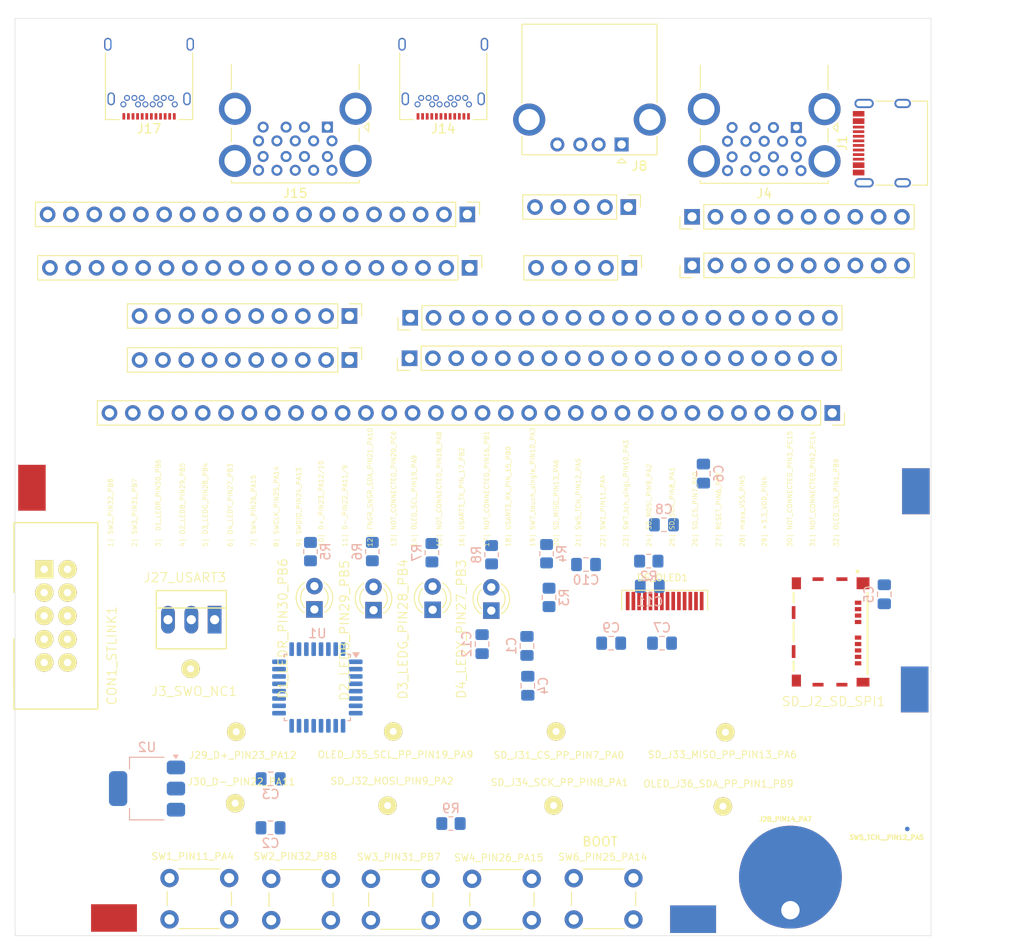
<source format=kicad_pcb>
(kicad_pcb (version 20241229) (generator "pcbnew") (generator_version "9.0")
  (layers (0 "F.Cu" signal) (4 "In1.Cu" signal) (6 "In2.Cu" signal) (8 "In3.Cu" signal) (10 "In4.Cu" signal) (2 "B.Cu" signal) (13 "F.Paste" user) (15 "B.Paste" user) (5 "F.SilkS" user "F.Silkscreen") (7 "B.SilkS" user "B.Silkscreen") (1 "F.Mask" user) (3 "B.Mask" user) (25 "Edge.Cuts" user))
  (net 0 "")
  (net 2 "masa")
  (net 3 "/D+")
  (net 4 "/reset")
  (net 5 "/SCK")
  (net 6 "/USART3_RX")
  (net 7 "/LED_R")
  (net 8 "/D-")
  (net 9 "/MOSI")
  (net 10 "/PIN18_PA8")
  (net 11 "/MISO")
  (net 12 "/PIN3_PC15")
  (net 13 "/+3,3V")
  (net 14 "/PIN16_PB1")
  (net 15 "/PIN20_PC6")
  (net 16 "/PIN2_PC14")
  (net 17 "/+5V")
  (net 18 "/CS")
  (net 19 "/SCL")
  (net 20 "/SDA")
  (net 21 "Net-(D1_LEDR_PIN30_PB6-A)")
  (net 22 "/SW5_TCH")
  (net 23 "/SW1")
  (net 24 "/SW4")
  (net 25 "/USART3_TX")
  (net 26 "/LED_B")
  (net 27 "/LED_G")
  (net 28 "/LED_Y")
  (net 29 "/złącza USB/SSRX+6 USB 3 2 ")
  (net 30 "/SW2")
  (net 31 "/SW3")
  (net 32 "/SWDIO")
  (net 33 "Net-(D2_LEDB_PIN29_PB5-A)")
  (net 34 "Net-(D3_LEDG_PIN28_PB4-A)")
  (net 35 "Net-(D4_LEDY_PIN27_PB3-A)")
  (net 36 "/złącza USB/D+3 USB 3 2")
  (net 37 "/złącza USB/DRAIN 7 USB 3 2")
  (net 38 "/złącza USB/SSTX-8 USB 3 2")
  (net 39 "/złącza USB/SSRX+5 USB3 2")
  (net 40 "/złącza USB/SHIELD 10 USB 3 2")
  (net 41 "/złącza USB/D-2 USB 3 2")
  (net 42 "/złącza USB/VBUS 1 USB3 2")
  (net 43 "/złącza USB/GND 4 USB3 2")
  (net 44 "/złącza USB/SSTX+9 USB 3 2")
  (net 45 "/złącza USB/GND 4 USB 1")
  (net 46 "/złącza USB/D+3 USB 1")
  (net 47 "/złącza USB/VBUS 1 USB1")
  (net 48 "/złącza USB/D-2 USB 1")
  (net 49 "/złącza USB/Shield 5 USB 1")
  (net 50 "/złącza USB/D+A6F")
  (net 51 "/złącza USB/SBU2B8F")
  (net 52 "/złącza USB/TX1+A2F")
  (net 53 "/złącza USB/D+B6F")
  (net 54 "/złącza USB/RX1-B10F")
  (net 55 "/złącza USB/D-B7F")
  (net 56 "/złącza USB/VBUSA4F")
  (net 57 "/złącza USB/TX2-B3F")
  (net 58 "/złącza USB/SBU1A8F")
  (net 59 "/złącza USB/D-A7F")
  (net 60 "/złącza USB/CC1A5F")
  (net 61 "/złącza USB/RX2+A11F")
  (net 62 "/złącza USB/TX1-A3F")
  (net 63 "/złącza USB/TX2+B2F")
  (net 64 "/złącza USB/RX2-A10F")
  (net 65 "/złącza USB/GNDA1F")
  (net 66 "/złącza USB/RX1+B11F")
  (net 67 "/złącza USB/SHIELDS1F")
  (net 68 "/złącza USB/CC2B5F")
  (net 69 "/złącza USB/SHIELDS1F2")
  (net 70 "/złącza USB/CC2B5F2")
  (net 71 "/złącza USB/D-B7F2")
  (net 72 "/złącza USB/D+B6F2")
  (net 73 "/złącza USB/VBUSA4F2")
  (net 74 "/złącza USB/TX2-B3F2")
  (net 75 "/złącza USB/D-A7F2")
  (net 76 "/złącza USB/GNDA1F2")
  (net 77 "/złącza USB/TX2+B2F2")
  (net 78 "Net-(DS_OLED1-C2N)")
  (net 79 "/SW7_touch_single")
  (net 80 "/złącza USB/RX1+B11F2")
  (net 81 "/złącza USB/D+A6F2")
  (net 82 "/złącza USB/RX2+A11F2")
  (net 83 "/złącza USB/RX1-B10F2")
  (net 84 "/złącza USB/CC1A5F2")
  (net 85 "/złącza USB/SBU2B8F2")
  (net 86 "/złącza USB/SBU1A8F2")
  (net 87 "/złącza USB/TX1+A2F2")
  (net 88 "/złącza USB/RX2-A10F2")
  (net 89 "/złącza USB/TX1-A3F2")
  (net 90 "/złącza USB/SSTX-8 USB 3")
  (net 91 "/złącza USB/VBUS 1 USB3")
  (net 92 "/złącza USB/SHIELD 10 USB 3")
  (net 93 "/złącza USB/SSRX+5 USB3")
  (net 94 "/złącza USB/D-2 USB 3")
  (net 95 "/złącza USB/DRAIN 7 USB 3")
  (net 96 "/złącza USB/GND 4 USB3")
  (net 97 "/złącza USB/D+3 USB 3")
  (net 98 "/złącza USB/SSRX+6 USB 3")
  (net 99 "/złącza USB/SSTX+9 USB 3")
  (net 100 "Net-(DS_OLED1-C2P)")
  (net 101 "/SWCLK")
  (net 102 "Net-(DS_OLED1-C1P)")
  (net 103 "Net-(DS_OLED1-C1N)")
  (net 104 "Net-(DS_OLED1-VCC)")
  (net 105 "Net-(DS_OLED1-VCOMH)")
  (net 106 "Net-(J3_SWO_NC1-Pin_1)")
  (net 109 "Net-(DS_OLED1-IREF)")
  (net 114 "Net-(J1-VBUS-PadA4)")
  (net 115 "Net-(J1-GND-PadA1)")
  (net 123 "/FINGER_SENSOR_SDA")
  (net 124 "/FINGER_SENSOR_SCL")
  (footprint "secure_input_pen:MountingHole_1mm" (layer "F.Cu") (at 131.619528 85.8774)
    (property "Reference" "REF**" (hide yes))
    (property "Value" "MountingHole_1mm" (hide yes))
  )
  (footprint "secure_input_pen:MountingHole_1mm" (layer "F.Cu") (at 95.96214 85.8774)
    (property "Reference" "REF**" (hide yes))
    (property "Value" "MountingHole_1mm" (hide yes))
  )
  (footprint "secure_input_pen:MountingHole_1mm" (layer "F.Cu") (at 118.574143 85.8774)
    (property "Reference" "REF**" (hide yes))
    (property "Value" "MountingHole_1mm" (hide yes))
  )
  (footprint "secure_input_pen:MountingHole_1mm" (layer "F.Cu") (at 129.010451 85.8774)
    (property "Reference" "REF**" (hide yes))
    (property "Value" "MountingHole_1mm" (hide yes))
  )
  (footprint "secure_input_pen:MountingHole_1mm" (layer "F.Cu") (at 86.395524 85.8774)
    (property "Reference" "REF**" (hide yes))
    (property "Value" "MountingHole_1mm" (hide yes))
  )
  (footprint "secure_input_pen:MountingHole_1mm" (layer "F.Cu") (at 117.70445 85.8774)
    (property "Reference" "REF**" (hide yes))
    (property "Value" "MountingHole_1mm" (hide yes))
  )
  (footprint "secure_input_pen:MountingHole_1mm" (layer "F.Cu") (at 58.565368 85.8774)
    (property "Reference" "REF**" (hide yes))
    (property "Value" "MountingHole_1mm" (hide yes))
  )
  (footprint "secure_input_pen:MountingHole_1mm" (layer "F.Cu") (at 138.577067 85.8774)
    (property "Reference" "REF**" (hide yes))
    (property "Value" "MountingHole_1mm" (hide yes))
  )
  (footprint "secure_input_pen:MountingHole_1mm" (layer "F.Cu") (at 55.086598 85.8774)
    (property "Reference" "REF**" (hide yes))
    (property "Value" "MountingHole_1mm" (hide yes))
  )
  (footprint "secure_input_pen:MountingHole_1mm" (layer "F.Cu") (at 63.783522 85.8774)
    (property "Reference" "REF**" (hide yes))
    (property "Value" "MountingHole_1mm" (hide yes))
  )
  (footprint "secure_input_pen:MountingHole_1mm" (layer "F.Cu") (at 126.401374 85.8774)
    (property "Reference" "REF**" (hide yes))
    (property "Value" "MountingHole_1mm" (hide yes))
  )
  (footprint "secure_input_pen:MountingHole_1mm" (layer "F.Cu") (at 102.049987 85.8774)
    (property "Reference" "REF**" (hide yes))
    (property "Value" "MountingHole_1mm" (hide yes))
  )
  (footprint "secure_input_pen:MountingHole_1mm" (layer "F.Cu") (at 99.44091 85.8774)
    (property "Reference" "REF**" (hide yes))
    (property "Value" "MountingHole_1mm" (hide yes))
  )
  (footprint "Connector_PinHeader_2.54mm:PinHeader_1x19_P2.54mm_Vertical" (layer "F.Cu") (at 90.35 82.948277 90)
    (property "Reference" "J21" (hide yes))
    (property "Value" "Conn 19 USBC FULL 2A")
  )
  (footprint "Connector_USB:USB3_A_Molex_48406-0001_Horizontal_Stacked" (layer "F.Cu") (at 132.49 57.808277 180)
    (property "Reference" "J4")
    (property "Value" "USB3_A_Stacked")
  )
  (footprint "secure_input_pen:MountingHole_1mm" (layer "F.Cu") (at 129.880144 85.8774)
    (property "Reference" "REF**" (hide yes))
    (property "Value" "MountingHole_1mm" (hide yes))
  )
  (footprint "secure_input_pen:MountingHole_1mm" (layer "F.Cu") (at 143.795222 85.8774)
    (property "Reference" "REF**" (hide yes))
    (property "Value" "MountingHole_1mm" (hide yes))
  )
  (footprint "secure_input_pen:MountingHole_1mm" (layer "F.Cu") (at 71.610754 85.8774)
    (property "Reference" "REF**" (hide yes))
    (property "Value" "MountingHole_1mm" (hide yes))
  )
  (footprint "secure_input_pen:MountingHole_1mm" (layer "F.Cu") (at 87.265217 85.8774)
    (property "Reference" "REF**" (hide yes))
    (property "Value" "MountingHole_1mm" (hide yes))
  )
  (footprint "MountingHole:MountingHole_3.2mm_M3" (layer "F.Cu") (at 143.43 81.178277)
    (property "Reference" "H7" (hide yes))
    (property "Value" "MountingHole")
  )
  (footprint "Button_Switch_THT:SW_PUSH_6mm_H4.3mm" (layer "F.Cu") (at 97.16 139.66)
    (property "Reference" "SW4_PIN26_PA15")
    (property "Value" "B3U-3000P")
  )
  (footprint "secure_input_pen:MountingHole_1mm" (layer "F.Cu") (at 107.268141 85.8774)
    (property "Reference" "REF**" (hide yes))
    (property "Value" "MountingHole_1mm" (hide yes))
  )
  (footprint "MountingHole:MountingHole_3.2mm_M3" (layer "F.Cu") (at 143.58 141.798277)
    (property "Reference" "H4" (hide yes))
    (property "Value" "MountingHole")
  )
  (footprint "secure_input_pen:MountingHole_1mm" (layer "F.Cu") (at 62.91383 85.8774)
    (property "Reference" "REF**" (hide yes))
    (property "Value" "MountingHole_1mm" (hide yes))
  )
  (footprint "MountingHole:MountingHole_3.2mm_M3" (layer "F.Cu") (at 50.88 141.798277)
    (property "Reference" "H3" (hide yes))
    (property "Value" "MountingHole")
  )
  (footprint "secure_input_pen:MountingHole_1mm" (layer "F.Cu") (at 96.831833 85.8774)
    (property "Reference" "REF**" (hide yes))
    (property "Value" "MountingHole_1mm" (hide yes))
  )
  (footprint "Connector_USB:USB_C_Receptacle_G-Switch_GT-USB-7010ASV" (layer "F.Cu") (at 142.9938 59.5142 90)
    (property "Reference" "J1")
    (property "Value" "USB_C_Receptacle_USB2.0_16P")
  )
  (footprint "secure_input_pen:MountingHole_1mm" (layer "F.Cu") (at 144.664914 85.8774)
    (property "Reference" "REF**" (hide yes))
    (property "Value" "MountingHole_1mm" (hide yes))
  )
  (footprint "foots_secure_pen:GCT_MEM2085-00-115-00-A_REV0.2" (layer "F.Cu") (at 136.2208 112.762 90)
    (property "Reference" "SD_J2_SD_SPI1")
    (property "Value" "MEM2085-00-115-00-A_REV0.2")
  )
  (footprint "secure_input_pen:MountingHole_1mm" (layer "F.Cu") (at 108.137834 85.8774)
    (property "Reference" "REF**" (hide yes))
    (property "Value" "MountingHole_1mm" (hide yes))
  )
  (footprint "MountingHole:MountingHole_3.2mm_M3" (layer "F.Cu") (at 51.29 80.818277)
    (property "Reference" "H6" (hide yes))
    (property "Value" "MountingHole")
  )
  (footprint "Button_Switch_THT:SW_PUSH_6mm_H4.3mm" (layer "F.Cu") (at 75.28 139.66)
    (property "Reference" "SW2_PIN32_PB8")
    (property "Value" "B3U-3000P")
  )
  (footprint "secure_input_pen:MountingHole_1mm" (layer "F.Cu") (at 82.916755 85.8774)
    (property "Reference" "REF**" (hide yes))
    (property "Value" "MountingHole_1mm" (hide yes))
  )
  (footprint "secure_input_pen:MountingHole_1mm" (layer "F.Cu") (at 137.707375 85.8774)
    (property "Reference" "REF**" (hide yes))
    (property "Value" "MountingHole_1mm" (hide yes))
  )
  (footprint "secure_input_pen:MountingHole_1mm" (layer "F.Cu") (at 101.180295 85.8774)
    (property "Reference" "REF**" (hide yes))
    (property "Value" "MountingHole_1mm" (hide yes))
  )
  (footprint "foots:masa_pomiarowa" (layer "F.Cu") (at 121.24 144.058277 180)
    (property "Reference" "J10" (hide yes))
    (property "Value" "masa pomiarowa")
  )
  (footprint "secure_input_pen:MountingHole_1mm" (layer "F.Cu") (at 53.347213 85.8774)
    (property "Reference" "REF**" (hide yes))
    (property "Value" "MountingHole_1mm" (hide yes))
  )
  (footprint "secure_input_pen:MountingHole_1mm" (layer "F.Cu") (at 69.871369 85.8774)
    (property "Reference" "REF**" (hide yes))
    (property "Value" "MountingHole_1mm" (hide yes))
  )
  (footprint "secure_input_pen:MountingHole_1mm" (layer "F.Cu") (at 57.695675 85.8774)
    (property "Reference" "REF**" (hide yes))
    (property "Value" "MountingHole_1mm" (hide yes))
  )
  (footprint "Button_Switch_THT:SW_PUSH_6mm_H4.3mm" (layer "F.Cu") (at 64.2 139.58)
    (property "Reference" "SW1_PIN11_PA4")
    (property "Value" "B3U-3000P")
  )
  (footprint "secure_input_pen:MountingHole_1mm" (layer "F.Cu") (at 125.531682 85.8774)
    (property "Reference" "REF**" (hide yes))
    (property "Value" "MountingHole_1mm" (hide yes))
  )
  (footprint "MountingHole:MountingHole_3.2mm_M3" (layer "F.Cu") (at 143.58 49.47 180)
    (property "Reference" "H2" (hide yes))
    (property "Value" "MountingHole")
  )
  (footprint "secure_input_pen:MountingHole_1mm" (layer "F.Cu") (at 145.534607 85.8774)
    (property "Reference" "REF**" (hide yes))
    (property "Value" "MountingHole_1mm" (hide yes))
  )
  (footprint "secure_input_pen:MountingHole_1mm" (layer "F.Cu") (at 102.91968 85.8774)
    (property "Reference" "REF**" (hide yes))
    (property "Value" "MountingHole_1mm" (hide yes))
  )
  (footprint "secure_input_pen:MountingHole_1mm" (layer "F.Cu") (at 77.6986 85.8774)
    (property "Reference" "REF**" (hide yes))
    (property "Value" "MountingHole_1mm" (hide yes))
  )
  (footprint "Connector_PinHeader_2.54mm:PinHeader_1x19_P2.54mm_Vertical" (layer "F.Cu") (at 96.89 73.098277 -90)
    (property "Reference" "J13" (hide yes))
    (property "Value" "Conn_19 USBC FULL 1B")
  )
  (footprint "secure_input_pen:MountingHole_1mm" (layer "F.Cu") (at 54.216906 85.8774)
    (property "Reference" "REF**" (hide yes))
    (property "Value" "MountingHole_1mm" (hide yes))
  )
  (footprint "Button_Switch_THT:SW_PUSH_6mm_H4.3mm" (layer "F.Cu") (at 86.14 139.66)
    (property "Reference" "SW3_PIN31_PB7")
    (property "Value" "B3U-3000P")
  )
  (footprint "secure_input_pen:MountingHole_1mm" (layer "F.Cu") (at 73.350138 85.8774)
    (property "Reference" "REF**" (hide yes))
    (property "Value" "MountingHole_1mm" (hide yes))
  )
  (footprint "secure_input_pen:MountingHole_1mm" (layer "F.Cu") (at 78.568293 85.8774)
    (property "Reference" "REF**" (hide yes))
    (property "Value" "MountingHole_1mm" (hide yes))
  )
  (footprint "secure_input_pen:MountingHole_1mm" (layer "F.Cu") (at 141.186145 85.8774)
    (property "Reference" "REF**" (hide yes))
    (property "Value" "MountingHole_1mm" (hide yes))
  )
  (footprint "LED_THT:LED_D3.0mm_Clear" (layer "F.Cu") (at 79.9846 110.3122 90)
    (property "Reference" "D1_LEDR_PIN30_PB6")
    (property "Value" "LED R_PIN30_PB6")
  )
  (footprint "secure_input_pen:MountingHole_1mm" (layer "F.Cu") (at 79.437985 85.8774)
    (property "Reference" "REF**" (hide yes))
    (property "Value" "MountingHole_1mm" (hide yes))
  )
  (footprint "secure_input_pen:MountingHole_1mm" (layer "F.Cu") (at 70.741061 85.8774)
    (property "Reference" "REF**" (hide yes))
    (property "Value" "MountingHole_1mm" (hide yes))
  )
  (footprint "secure_input_pen:MountingHole_1mm" (layer "F.Cu") (at 48.998751 85.8774)
    (property "Reference" "REF**" (hide yes))
    (property "Value" "MountingHole_1mm" (hide yes))
  )
  (footprint "secure_input_pen:MountingHole_1mm" (layer "F.Cu") (at 98.571218 85.8774)
    (property "Reference" "REF**" (hide yes))
    (property "Value" "MountingHole_1mm" (hide yes))
  )
  (footprint "secure_input_pen:OLED-60O032D" (layer "F.Cu") (at 118.144 108.3878 180)
    (property "Reference" "DS_OLED1")
    (property "Value" "OLED-60O032D")
  )
  (footprint "secure_input_pen:MountingHole_1mm" (layer "F.Cu") (at 69.001676 85.8774)
    (property "Reference" "REF**" (hide yes))
    (property "Value" "MountingHole_1mm" (hide yes))
  )
  (footprint "foots:1_PIN" (layer "F.Cu") (at 124.76 123.7)
    (property "Reference" "SD_J33_MISO_PP_PIN13_PA6")
    (property "Value" "MISO_PP_PIN13_PA6")
  )
  (footprint "foots:1_PIN" (layer "F.Cu") (at 71.35 131.43 180)
    (property "Reference" "J30_D-_PIN22_PA11")
    (property "Value" "D-_PP")
  )
  (footprint "secure_input_pen:MountingHole_1mm" (layer "F.Cu") (at 133.358913 85.8774)
    (property "Reference" "REF**" (hide yes))
    (property "Value" "MountingHole_1mm" (hide yes))
  )
  (footprint "secure_input_pen:MountingHole_1mm" (layer "F.Cu") (at 82.047062 85.8774)
    (property "Reference" "REF**" (hide yes))
    (property "Value" "MountingHole_1mm" (hide yes))
  )
  (footprint "secure_input_pen:MountingHole_1mm" (layer "F.Cu") (at 112.486296 85.8774)
    (property "Reference" "REF**" (hide yes))
    (property "Value" "MountingHole_1mm" (hide yes))
  )
  (footprint "secure_input_pen:MountingHole_1mm" (layer "F.Cu") (at 61.174445 85.8774)
    (property "Reference" "REF**" (hide yes))
    (property "Value" "MountingHole_1mm" (hide yes))
  )
  (footprint "secure_input_pen:MountingHole_1mm" (layer "F.Cu") (at 52.477521 85.8774)
    (property "Reference" "REF**" (hide yes))
    (property "Value" "MountingHole_1mm" (hide yes))
  )
  (footprint "LED_THT:LED_D3.0mm_Clear" (layer "F.Cu") (at 86.4246 110.3922 90)
    (property "Reference" "D2_LEDB_PIN29_PB5")
    (property "Value" "LED B_PIN29_PB5")
  )
  (footprint "LED_THT:LED_D3.0mm_Clear" (layer "F.Cu") (at 92.8646 110.3522 90)
    (property "Reference" "D3_LEDG_PIN28_PB4")
    (property "Value" "LED G_PIN28_PB4")
  )
  (footprint "secure_input_pen:conn_touch_single" (layer "F.Cu") (at 131.84 139.478277 90)
    (property "Reference" "J28_PIN14_PA7")
    (property "Value" "TOUCH_SINGLE")
  )
  (footprint "secure_input_pen:MountingHole_1mm" (layer "F.Cu") (at 72.480446 85.8774)
    (property "Reference" "REF**" (hide yes))
    (property "Value" "MountingHole_1mm" (hide yes))
  )
  (footprint "secure_input_pen:MountingHole_1mm" (layer "F.Cu") (at 100.310602 85.8774)
    (property "Reference" "REF**" (hide yes))
    (property "Value" "MountingHole_1mm" (hide yes))
  )
  (footprint "secure_input_pen:MountingHole_1mm" (layer "F.Cu") (at 94.222756 85.8774)
    (property "Reference" "REF**" (hide yes))
    (property "Value" "MountingHole_1mm" (hide yes))
  )
  (footprint "Connector_PinHeader_2.54mm:PinHeader_1x10_P2.54mm_Vertical" (layer "F.Cu") (at 83.8 78.348277 -90)
    (property "Reference" "J37" (hide yes))
    (property "Value" "Conn 10 USB3 A1B")
  )
  (footprint "secure_input_pen:MountingHole_1mm" (layer "F.Cu") (at 114.225681 85.8774)
    (property "Reference" "REF**" (hide yes))
    (property "Value" "MountingHole_1mm" (hide yes))
  )
  (footprint "MountingHole:MountingHole_3.2mm_M3" (layer "F.Cu") (at 143.61 90.378277)
    (property "Reference" "H9" (hide yes))
    (property "Value" "MountingHole")
  )
  (footprint "secure_input_pen:MountingHole_1mm" (layer "F.Cu") (at 75.959215 85.8774)
    (property "Reference" "REF**" (hide yes))
    (property "Value" "MountingHole_1mm" (hide yes))
  )
  (footprint "Connector_PinHeader_2.54mm:PinHeader_1x05_P2.54mm_Vertical" (layer "F.Cu") (at 114.175 66.478277 -90)
    (property "Reference" "J12" (hide yes))
    (property "Value" "Conn 5 USB 1 B")
  )
  (footprint "secure_input_pen:MountingHole_1mm" (layer "F.Cu") (at 103.789372 85.8774)
    (property "Reference" "REF**" (hide yes))
    (property "Value" "MountingHole_1mm" (hide yes))
  )
  (footprint "secure_input_pen:MountingHole_1mm" (layer "F.Cu") (at 93.353063 85.8774)
    (property "Reference" "REF**" (hide yes))
    (property "Value" "MountingHole_1mm" (hide yes))
  )
  (footprint "secure_input_pen:MountingHole_1mm" (layer "F.Cu") (at 128.140759 85.8774)
    (property "Reference" "REF**" (hide yes))
    (property "Value" "MountingHole_1mm" (hide yes))
  )
  (footprint "secure_input_pen:MountingHole_1mm" (layer "F.Cu") (at 135.098298 85.8774)
    (property "Reference" "REF**" (hide yes))
    (property "Value" "MountingHole_1mm" (hide yes))
  )
  (footprint "Connector_USB:USB3_A_Molex_48406-0001_Horizontal_Stacked" (layer "F.Cu") (at 81.4 57.768277 180)
    (property "Reference" "J15")
    (property "Value" "USB3_A_Stacked")
  )
  (footprint "secure_input_pen:MountingHole_1mm" (layer "F.Cu") (at 106.398449 85.8774)
    (property "Reference" "REF**" (hide yes))
    (property "Value" "MountingHole_1mm" (hide yes))
  )
  (footprint "secure_input_pen:MountingHole_1mm" (layer "F.Cu") (at 88.134909 85.8774)
    (property "Reference" "REF**" (hide yes))
    (property "Value" "MountingHole_1mm" (hide yes))
  )
  (footprint "secure_input_pen:MountingHole_1mm" (layer "F.Cu") (at 136.837683 85.8774)
    (property "Reference" "REF**" (hide yes))
    (property "Value" "MountingHole_1mm" (hide yes))
  )
  (footprint "secure_input_pen:MountingHole_1mm" (layer "F.Cu") (at 111.616603 85.8774)
    (property "Reference" "REF**" (hide yes))
    (property "Value" "MountingHole_1mm" (hide yes))
  )
  (footprint "secure_input_pen:MountingHole_1mm" (layer "F.Cu") (at 80.307677 85.8774)
    (property "Reference" "REF**" (hide yes))
    (property "Value" "MountingHole_1mm" (hide yes))
  )
  (footprint "foots:1_PIN" (layer "F.Cu") (at 88.57 123.61)
    (property "Reference" "OLED_J35_SCL_PP_PIN19_PA9")
    (property "Value" "SCL_PP_PIN19_PA9")
  )
  (footprint "secure_input_pen:MountingHole_1mm" (layer "F.Cu") (at 104.659064 85.8774)
    (property "Reference" "REF**" (hide yes))
    (property "Value" "MountingHole_1mm" (hide yes))
  )
  (footprint "secure_input_pen:MountingHole_1mm" (layer "F.Cu") (at 75.089523 85.8774)
    (property "Reference" "REF**" (hide yes))
    (property "Value" "MountingHole_1mm" (hide yes))
  )
  (footprint "secure_input_pen:MountingHole_1mm" (layer "F.Cu") (at 122.052912 85.8774)
    (property "Reference" "REF**" (hide yes))
    (property "Value" "MountingHole_1mm" (hide yes))
  )
  (footprint "secure_input_pen:MountingHole_1mm" (layer "F.Cu") (at 95.092448 85.8774)
    (property "Reference" "REF**" (hide yes))
    (property "Value" "MountingHole_1mm" (hide yes))
  )
  (footprint "foots:1_PIN" (layer "F.Cu") (at 124.49 131.77 180)
    (property "Reference" "OLED_J36_SDA_PP_PIN1_PB9")
    (property "Value" "SDA_PP_PIN1_PB9")
  )
  (footprint "secure_input_pen:MountingHole_1mm" (layer "F.Cu") (at 74.219831 85.8774)
    (property "Reference" "REF**" (hide yes))
    (property "Value" "MountingHole_1mm" (hide yes))
  )
  (footprint "secure_input_pen:MountingHole_1mm" (layer "F.Cu") (at 142.055837 85.8774)
    (property "Reference" "REF**" (hide yes))
    (property "Value" "MountingHole_1mm" (hide yes))
  )
  (footprint "Connector_USB:USB_C_Receptacle_Amphenol_12401548E4-2A" (layer "F.Cu") (at 61.97 51.578277 180)
    (property "Reference" "J17")
    (property "Value" "USB_C_Receptacle FULL 1")
  )
  (footprint "secure_input_pen:MountingHole_1mm" (layer "F.Cu") (at 97.701525 85.8774)
    (property "Reference" "REF**" (hide yes))
    (property "Value" "MountingHole_1mm" (hide yes))
  )
  (footprint "Connector_PinHeader_2.54mm:PinHeader_1x10_P2.54mm_Vertical" (layer "F.Cu") (at 121.14 72.838277 90)
    (property "Reference" "J5" (hide yes))
    (property "Value" "Conn 10 USB 3 A 2 A")
  )
  (footprint "foots:1_PIN" (layer "F.Cu") (at 71.47 123.64)
    (property "Reference" "J29_D+_PIN23_PA12")
    (property "Value" "D+_PP")
  )
  (footprint "secure_input_pen:MountingHole_1mm" (layer "F.Cu") (at 56.825983 85.8774)
    (property "Reference" "REF**" (hide yes))
    (property "Value" "MountingHole_1mm" (hide yes))
  )
  (footprint "secure_input_pen:MountingHole_1mm" (layer "F.Cu") (at 122.922604 85.8774)
    (property "Reference" "REF**" (hide yes))
    (property "Value" "MountingHole_1mm" (hide yes))
  )
  (footprint "secure_input_pen:MountingHole_1mm" (layer "F.Cu") (at 92.483371 85.8774)
    (property "Reference" "REF**" (hide yes))
    (property "Value" "MountingHole_1mm" (hide yes))
  )
  (footprint "Connector_PinHeader_2.54mm:PinHeader_1x05_P2.54mm_Vertical" (layer "F.Cu") (at 114.29 73.098277 -90)
    (property "Reference" "J11" (hide yes))
    (property "Value" "Conn 5 USB 1 A")
  )
  (footprint "Connector_PinHeader_2.54mm:PinHeader_1x10_P2.54mm_Vertical" (layer "F.Cu") (at 83.8 83.138277 -90)
    (property "Reference" "J16" (hide yes))
    (property "Value" "Conn 10 USB3 A1 A")
  )
  (footprint "secure_input_pen:MountingHole_1mm" (layer "F.Cu") (at 120.313527 85.8774)
    (property "Reference" "REF**" (hide yes))
    (property "Value" "MountingHole_1mm" (hide yes))
  )
  (footprint "foots:1_PIN" (layer "F.Cu") (at 87.95 131.68 180)
    (property "Reference" "SD_J32_MOSI_PIN9_PA2")
    (property "Value" "MOSI_PP")
  )
  (footprint "secure_input_pen:MountingHole_1mm" (layer "F.Cu") (at 85.525832 85.8774)
    (property "Reference" "REF**" (hide yes))
    (property "Value" "MountingHole_1mm" (hide yes))
  )
  (footprint "foots:masa_pomiarowa" (layer "F.Cu") (at 49.21 97.058277 90)
    (property "Reference" "J19" (hide yes))
    (property "Value" "masa pomiarowa")
  )
  (footprint "Connector_PinSocket_2.54mm:PinSocket_1x32_P2.54mm_Vertical" (layer "F.Cu") (at 136.4 88.908277 -90)
    (property "Reference" "J18_CPU_CON1" (hide yes))
    (property "Value" "Conn_CPU")
  )
  (footprint "secure_input_pen:MountingHole_1mm" (layer "F.Cu") (at 76.828908 85.8774)
    (property "Reference" "REF**" (hide yes))
    (property "Value" "MountingHole_1mm" (hide yes))
  )
  (footprint "Connector_PinHeader_2.54mm:PinHeader_1x10_P2.54mm_Vertical" (layer "F.Cu") (at 121.13 67.538277 90)
    (property "Reference" "J6" (hide yes))
    (property "Value" "Conn 10 USB 3 A 2 B")
  )
  (footprint "Button_Switch_THT:SW_PUSH_6mm_H4.3mm" (layer "F.Cu") (at 108.24 139.59)
    (property "Reference" "SW6_PIN25_PA14")
    (property "Value" "BOOT0")
  )
  (footprint "secure_input_pen:MountingHole_1mm" (layer "F.Cu") (at 66.392599 85.8774)
    (property "Reference" "REF**" (hide yes))
    (property "Value" "MountingHole_1mm" (hide yes))
  )
  (footprint "secure_input_pen:MountingHole_1mm" (layer "F.Cu") (at 50.738136 85.8774)
    (property "Reference" "REF**" (hide yes))
    (property "Value" "MountingHole_1mm" (hide yes))
  )
  (footprint "secure_input_pen:MountingHole_2mm" (layer "F.Cu") (at 144.644793 128.828277 180)
    (property "Reference" "H5" (hide yes))
    (property "Value" "MountingHole")
  )
  (footprint "secure_input_pen:MountingHole_1mm" (layer "F.Cu") (at 119.443835 85.8774)
    (property "Reference" "REF**" (hide yes))
    (property "Value" "MountingHole_1mm" (hide yes))
  )
  (footprint "secure_input_pen:MountingHole_1mm" (layer "F.Cu") (at 115.095373 85.8774)
    (property "Reference" "REF**" (hide yes))
    (property "Value" "MountingHole_1mm" (hide yes))
  )
  (footprint "Connector_USB:USB_A_CONNFLY_DS1095-WNR0" (layer "F.Cu") (at 113.45 59.658277 180)
    (property "Reference" "J8")
    (property "Value" "USB_A 1")
  )
  (footprint "secure_input_pen:MountingHole_1mm" (layer "F.Cu") (at 109.007526 85.8774)
    (property "Reference" "REF**" (hide yes))
    (property "Value" "MountingHole_1mm" (hide yes))
  )
  (footprint "secure_input_pen:MountingHole_1mm" (layer "F.Cu") (at 62.044137 85.8774)
    (property "Reference" "REF**" (hide yes))
    (property "Value" "MountingHole_1mm" (hide yes))
  )
  (footprint "secure_input_pen:MountingHole_1mm" (layer "F.Cu") (at 109.877219 85.8774)
    (property "Reference" "REF**" (hide yes))
    (property "Value" "MountingHole_1mm" (hide yes))
  )
  (footprint "secure_input_pen:MountingHole_1mm" (layer "F.Cu") (at 81.17737 85.8774)
    (property "Reference" "REF**" (hide yes))
    (property "Value" "MountingHole_1mm" (hide yes))
  )
  (footprint "secure_input_pen:MountingHole_1mm" (layer "F.Cu") (at 51.607829 85.8774)
    (property "Reference" "REF**" (hide yes))
    (property "Value" "MountingHole_1mm" (hide yes))
  )
  (footprint "secure_input_pen:MountingHole_1mm" (layer "F.Cu") (at 142.925529 85.8774)
    (property "Reference" "REF**" (hide yes))
    (property "Value" "MountingHole_1mm" (hide yes))
  )
  (footprint "foots:1_PIN" (layer "F.Cu") (at 106.31 123.61)
    (property "Reference" "SD_J31_CS_PP_PIN7_PA0")
    (property "Value" "CS_PP_PIN7_PA0")
  )
  (footprint "secure_input_pen:MountingHole_1mm" (layer "F.Cu") (at 91.613678 85.8774)
    (property "Reference" "REF**" (hide yes))
    (property "Value" "MountingHole_1mm" (hide yes))
  )
  (footprint "secure_input_pen:MountingHole_1mm" (layer "F.Cu") (at 83.786447 85.8774)
    (property "Reference" "REF**" (hide yes))
    (property "Value" "MountingHole_1mm" (hide yes))
  )
  (footprint "foots:1_PIN" (layer "F.Cu") (at 106.04 131.68 180)
    (property "Reference" "SD_J34_SCK_PP_PIN8_PA1")
    (property "Value" "SCK_PP_PIN8_PA1")
  )
  (footprint "secure_input_pen:MountingHole_1mm" (layer "F.Cu") (at 48.129059 85.8774)
    (property "Reference" "REF**" (hide yes))
    (property "Value" "MountingHole_1mm" (hide yes))
  )
  (footprint "secure_input_pen:MountingHole_1mm" (layer "F.Cu") (at 59.43506 85.8774)
    (property "Reference" "REF**" (hide yes))
    (property "Value" "MountingHole_1mm" (hide yes))
  )
  (footprint "Connector_PinHeader_2.54mm:PinHeader_1x19_P2.54mm_Vertical" (layer "F.Cu") (at 90.42 78.538277 90)
    (property "Reference" "J22" (hide yes))
    (property "Value" "Conn  19USBC FULL 2B")
  )
  (footprint "secure_input_pen:MountingHole_1mm" (layer "F.Cu") (at 64.653214 85.8774)
    (property "Reference" "REF**" (hide yes))
    (property "Value" "MountingHole_1mm" (hide yes))
  )
  (footprint "MountingHole:MountingHole_3.2mm_M3" (layer "F.Cu") (at 51.02 49.51 180)
    (property "Reference" "H1" (hide yes))
    (property "Value" "MountingHole")
  )
  (footprint "secure_input_pen:MountingHole_1mm" (layer "F.Cu") (at 89.874294 85.8774)
    (property "Reference" "REF**" (hide yes))
    (property "Value" "MountingHole_1mm" (hide yes))
  )
  (footprint "secure_input_pen:MountingHole_1mm" (layer "F.Cu") (at 146.404299 85.8774)
    (property "Reference" "REF**" (hide yes))
    (property "Value" "MountingHole_1mm" (hide yes))
  )
  (footprint "secure_input_pen:MountingHole_1mm" (layer "F.Cu") (at 116.834758 85.8774)
    (property "Reference" "REF**" (hide yes))
    (property "Value" "MountingHole_1mm" (hide yes))
  )
  (footprint "secure_input_pen:MountingHole_1mm" (layer "F.Cu") (at 67.262292 85.8774)
    (property "Reference" "REF**" (hide yes))
    (property "Value" "MountingHole_1mm" (hide yes))
  )
  (footprint "secure_input_pen:MountingHole_1mm" (layer "F.Cu") (at 105.528757 85.8774)
    (property "Reference" "REF**" (hide yes))
    (property "Value" "MountingHole_1mm" (hide yes))
  )
  (footprint "secure_input_pen:MountingHole_1mm" (layer "F.Cu") (at 139.44676 85.8774)
    (property "Reference" "REF**" (hide yes))
    (property "Value" "MountingHole_1mm" (hide yes))
  )
  (footprint "secure_input_pen:MountingHole_1mm" (layer "F.Cu") (at 140.316452 85.8774)
    (property "Reference" "REF**" (hide yes))
    (property "Value" "MountingHole_1mm" (hide yes))
  )
  (footprint "secure_input_pen:MountingHole_1mm" (layer "F.Cu") (at 127.271066 85.8774)
    (property "Reference" "REF**" (hide yes))
    (property "Value" "MountingHole_1mm" (hide yes))
  )
  (footprint "foots:masa_pomiarowa" (layer "F.Cu") (at 58.15 143.928277 180)
    (property "Reference" "J9" (hide yes))
    (property "Value" "masa pomiarowa")
  )
  (footprint "secure_input_pen:MountingHole_1mm" (layer "F.Cu") (at 135.96799 85.8774)
    (property "Reference" "REF**" (hide yes))
    (property "Value" "MountingHole_1mm" (hide yes))
  )
  (footprint "foots:1_PIN" (layer "F.Cu") (at 66.4982 116.7814)
    (property "Reference" "J3_SWO_NC1")
    (property "Value" "SWO NC")
  )
  (footprint "LED_THT:LED_D3.0mm_Clear" (layer "F.Cu") (at 99.2546 110.4422 90)
    (property "Reference" "D4_LEDY_PIN27_PB3")
    (property "Value" "LED Y_PIN27_PB3")
  )
  (footprint "Connector_PinHeader_2.54mm:PinHeader_1x19_P2.54mm_Vertical" (layer "F.Cu") (at 96.64 67.278277 -90)
    (property "Reference" "J20" (hide yes))
    (property "Value" "Conn_ 19USBC FULL 1A")
  )
  (footprint "secure_input_pen:MountingHole_1mm" (layer "F.Cu") (at 115.965065 85.8774)
    (property "Reference" "REF**" (hide yes))
    (property "Value" "MountingHole_1mm" (hide yes))
  )
  (footprint "secure_input_pen:MountingHole_1mm" (layer "F.Cu") (at 134.228606 85.8774)
    (property "Reference" "REF**" (hide yes))
    (property "Value" "MountingHole_1mm" (hide yes))
  )
  (footprint "foots:IDC-10_wieksze_pady" (layer "F.Cu") (at 51.82 111.018277)
    (property "Reference" "CON1_STLINK1")
    (property "Value" "ST-LINK")
  )
  (footprint "foots:PINHEAD-3" (layer "F.Cu") (at 66.5734 111.4298)
    (property "Reference" "J27_USART3")
    (property "Value" "USART")
  )
  (footprint "secure_input_pen:MountingHole_1mm" (layer "F.Cu") (at 89.004601 85.8774)
    (property "Reference" "REF**" (hide yes))
    (property "Value" "MountingHole_1mm" (hide yes))
  )
  (footprint "MountingHole:MountingHole_3.2mm_M3" (layer "F.Cu") (at 51.1 90.558277)
    (property "Reference" "H8" (hide yes))
    (property "Value" "MountingHole")
  )
  (footprint "secure_input_pen:MountingHole_1mm" (layer "F.Cu") (at 130.749836 85.8774)
    (property "Reference" "REF**" (hide yes))
    (property "Value" "MountingHole_1mm" (hide yes))
  )
  (footprint "secure_input_pen:MountingHole_1mm" (layer "F.Cu") (at 121.18322 85.8774)
    (property "Reference" "REF**" (hide yes))
    (property "Value" "MountingHole_1mm" (hide yes))
  )
  (footprint "secure_input_pen:MountingHole_1mm" (layer "F.Cu") (at 49.868444 85.8774)
    (property "Reference" "REF**" (hide yes))
    (property "Value" "MountingHole_1mm" (hide yes))
  )
  (footprint "secure_input_pen:MountingHole_1mm" (layer "F.Cu") (at 68.131984 85.8774)
    (property "Reference" "REF**" (hide yes))
    (property "Value" "MountingHole_1mm" (hide yes))
  )
  (footprint "secure_input_pen:MountingHole_1mm" (layer "F.Cu") (at 90.743986 85.8774)
    (property "Reference" "REF**" (hide yes))
    (property "Value" "MountingHole_1mm" (hide yes))
  )
  (footprint "secure_input_pen:MountingHole_1mm" (layer "F.Cu") (at 132.489221 85.8774)
    (property "Reference" "REF**" (hide yes))
    (property "Value" "MountingHole_1mm" (hide yes))
  )
  (footprint "secure_input_pen:MountingHole_1mm" (layer "F.Cu") (at 124.661989 85.8774)
    (property "Reference" "REF**" (hide yes))
    (property "Value" "MountingHole_1mm" (hide yes))
  )
  (footprint "secure_input_pen:MountingHole_1mm" (layer "F.Cu") (at 55.956291 85.8774)
    (property "Reference" "REF**" (hide yes))
    (property "Value" "MountingHole_1mm" (hide yes))
  )
  (footprint "secure_input_pen:MountingHole_1mm" (layer "F.Cu") (at 113.355988 85.8774)
    (property "Reference" "REF**" (hide yes))
    (property "Value" "MountingHole_1mm" (hide yes))
  )
  (footprint "secure_input_pen:MountingHole_1mm" (layer "F.Cu") (at 110.746911 85.8774)
    (property "Reference" "REF**" (hide yes))
    (property "Value" "MountingHole_1mm" (hide yes))
  )
  (footprint "secure_input_pen:MountingHole_1mm" (layer "F.Cu") (at 84.656139 85.8774)
    (property "Reference" "REF**" (hide yes))
    (property "Value" "MountingHole_1mm" (hide yes))
  )
  (footprint "secure_input_pen:MountingHole_1mm" (layer "F.Cu") (at 65.522907 85.8774)
    (property "Reference" "REF**" (hide yes))
    (property "Value" "MountingHole_1mm" (hide yes))
  )
  (footprint "foots:masa_pomiarowa" (layer "F.Cu") (at 145.51 97.438277 90)
    (property "Reference" "J23" (hide yes))
    (property "Value" "masa pomiarowa")
  )
  (footprint "secure_input_pen:MountingHole_1mm" (layer "F.Cu") (at 123.792297 85.8774)
    (property "Reference" "REF**" (hide yes))
    (property "Value" "MountingHole_1mm" (hide yes))
  )
  (footprint "secure_input_pen:MountingHole_1mm" (layer "F.Cu") (at 60.304752 85.8774)
    (property "Reference" "REF**" (hide yes))
    (property "Value" "MountingHole_1mm" (hide yes))
  )
  (footprint "foots:masa_pomiarowa" (layer "F.Cu") (at 145.38 119.028277 90)
    (property "Reference" "J7" (hide yes))
    (property "Value" "masa pomiarowa")
  )
  (footprint "Connector_USB:USB_C_Receptacle_Amphenol_12401548E4-2A" (layer "F.Cu") (at 94.02 51.578277 180)
    (property "Reference" "J14")
    (property "Value" "USB_C_Receptacle FULL 2")
  )
  (footprint "Capacitor_SMD:C_0805_2012Metric_Pad1.18x1.45mm_HandSolder" (layer "B.Cu") (at 103.14 114.2875 -90)
    (property "Reference" "C1")
    (property "Value" "100nF")
  )
  (footprint "Resistor_SMD:R_0805_2012Metric_Pad1.20x1.40mm_HandSolder" (layer "B.Cu") (at 79.5546 104.0122 90)
    (property "Reference" "R5")
    (property "Value" "220")
  )
  (footprint "Capacitor_SMD:C_0805_2012Metric_Pad1.18x1.45mm_HandSolder" (layer "B.Cu") (at 75.2025 134.1)
    (property "Reference" "C2")
    (property "Value" "100nF")
  )
  (footprint "Resistor_SMD:R_0805_2012Metric_Pad1.20x1.40mm_HandSolder" (layer "B.Cu") (at 105.5446 109.0022 90)
    (property "Reference" "R3")
    (property "Value" "4,7k")
  )
  (footprint "secure_input_pen:conn_touch" (layer "B.Cu") (at 144.614793 134.188277)
    (property "Reference" "SW5_TCH__PIN12_PA5")
    (property "Value" "sensor dotykowy_PIN12_PA5")
  )
  (footprint "foots:masa_pomiarowa" (layer "B.Cu") (at 145.38 119.028277 -90)
    (property "Reference" "J25" (hide yes))
    (property "Value" "masa pomiarowa")
  )
  (footprint "Capacitor_SMD:C_0805_2012Metric_Pad1.18x1.45mm_HandSolder" (layer "B.Cu") (at 75.2225 128.77)
    (property "Reference" "C3")
    (property "Value" "10uF")
  )
  (footprint "Capacitor_SMD:C_0805_2012Metric_Pad1.18x1.45mm_HandSolder" (layer "B.Cu") (at 118.0625 101.09 180)
    (property "Reference" "C8")
    (property "Value" "2,2uF")
  )
  (footprint "Capacitor_SMD:C_0805_2012Metric_Pad1.18x1.45mm_HandSolder" (layer "B.Cu") (at 103.23 118.6275 90)
    (property "Reference" "C4")
    (property "Value" "100nF")
  )
  (footprint "Resistor_SMD:R_0805_2012Metric_Pad1.20x1.40mm_HandSolder" (layer "B.Cu") (at 92.7846 104.1322 -90)
    (property "Reference" "R7")
    (property "Value" "220")
  )
  (footprint "foots:masa_pomiarowa" (layer "B.Cu") (at 121.24 144.058277 180)
    (property "Reference" "J26" (hide yes))
    (property "Value" "masa pomiarowa")
  )
  (footprint "Capacitor_SMD:C_0805_2012Metric_Pad1.18x1.45mm_HandSolder" (layer "B.Cu") (at 116.5225 107.79)
    (property "Reference" "C11")
    (property "Value" "1uF")
  )
  (footprint "Capacitor_SMD:C_0805_2012Metric_Pad1.18x1.45mm_HandSolder" (layer "B.Cu") (at 117.8525 113.99 180)
    (property "Reference" "C7")
    (property "Value" "1uF")
  )
  (footprint "foots:masa_pomiarowa" (layer "B.Cu") (at 145.51 97.438277 90)
    (property "Reference" "J24" (hide yes))
    (property "Value" "masa pomiarowa")
  )
  (footprint "Resistor_SMD:R_0805_2012Metric_Pad1.20x1.40mm_HandSolder" (layer "B.Cu") (at 94.86 133.64 180)
    (property "Reference" "R9")
    (property "Value" "1M")
  )
  (footprint "Resistor_SMD:R_0805_2012Metric_Pad1.20x1.40mm_HandSolder" (layer "B.Cu") (at 99.2846 104.3522 -90)
    (property "Reference" "R8")
    (property "Value" "220")
  )
  (footprint "Package_TO_SOT_SMD:SOT-223-3_TabPin2" (layer "B.Cu") (at 61.75 129.828277 180)
    (property "Reference" "U2")
    (property "Value" "LD1117-3.3")
  )
  (footprint "Capacitor_SMD:C_0805_2012Metric_Pad1.18x1.45mm_HandSolder" (layer "B.Cu") (at 109.5725 105.42)
    (property "Reference" "C10")
    (property "Value" "1uF")
  )
  (footprint "Capacitor_SMD:C_0805_2012Metric_Pad1.18x1.45mm_HandSolder" (layer "B.Cu") (at 98.25 114.0925 -90)
    (property "Reference" "C12")
    (property "Value" "10uF")
  )
  (footprint "Resistor_SMD:R_0805_2012Metric_Pad1.20x1.40mm_HandSolder" (layer "B.Cu") (at 86.2946 104.0122 -90)
    (property "Reference" "R6")
    (property "Value" "68")
  )
  (footprint "Capacitor_SMD:C_0805_2012Metric_Pad1.18x1.45mm_HandSolder" (layer "B.Cu") (at 142.07 108.6625 -90)
    (property "Reference" "C5")
    (property "Value" "100nF")
  )
  (footprint "Capacitor_SMD:C_0805_2012Metric_Pad1.18x1.45mm_HandSolder" (layer "B.Cu") (at 122.36 95.5125 90)
    (property "Reference" "C6")
    (property "Value" "1uF")
  )
  (footprint "Resistor_SMD:R_0805_2012Metric_Pad1.20x1.40mm_HandSolder" (layer "B.Cu") (at 116.41 105.05)
    (property "Reference" "R2")
    (property "Value" "220k")
  )
  (footprint "Package_QFP:LQFP-32_7x7mm_P0.8mm" (layer "B.Cu") (at 80.3054 118.8152 180)
    (property "Reference" "U1")
    (property "Value" "STM32G0B1KETx")
  )
  (footprint "Resistor_SMD:R_0805_2012Metric_Pad1.20x1.40mm_HandSolder" (layer "B.Cu") (at 105.2746 104.2422 90)
    (property "Reference" "R4")
    (property "Value" "4,7k")
  )
  (footprint "Capacitor_SMD:C_0805_2012Metric_Pad1.18x1.45mm_HandSolder" (layer "B.Cu") (at 112.3125 113.99 180)
    (property "Reference" "C9")
    (property "Value" "2,2uF")
  )
  (gr_rect (start 47.370823 45.928277) (end 147.16 145.86) (stroke (width 0.05)) (fill no) (layer "Edge.Cuts"))
  (gr_text "18| USART3_RX_PIN_15_PB0" (at 101.1174 98.007713 90) (layer "F.SilkS") (effects (font (size 0.508 0.508) (thickness 0.0635))))
  (gr_text "21| SW5_TCH_PIN12_PA5" (at 108.7374 98.660857 90) (layer "F.SilkS") (effects (font (size 0.508 0.508) (thickness 0.0635))))
  (gr_text "28| masa_VSS_PIN5" (at 126.5936 99.592191 90) (layer "F.SilkS") (effects (font (size 0.508 0.508) (thickness 0.0635))))
  (gr_text "4| D2_LEDB_PIN29_PB5" (at 65.6082 98.914857 90) (layer "F.SilkS") (effects (font (size 0.508 0.508) (thickness 0.0635))))
  (gr_text "7| SW4_PIN26_PA15" (at 73.3552 99.568 90) (layer "F.SilkS") (effects (font (size 0.508 0.508) (thickness 0.0635))))
  (gr_text "5| D3_LEDG_PIN28_PB4" (at 68.0974 98.914857 90) (layer "F.SilkS") (effects (font (size 0.508 0.508) (thickness 0.0635))))
  (gr_text "32| OLED_SDA_PIN1_PB9" (at 136.8298 98.685048 90) (layer "F.SilkS") (effects (font (size 0.508 0.508) (thickness 0.0635))))
  (gr_text "2| SW3_PIN31_PB7" (at 60.4012 99.773619 90) (layer "F.SilkS") (effects (font (size 0.508 0.508) (thickness 0.0635))))
  (gr_text "16| USART3_TX_PIN_17_PB2" (at 96.0374 98.068189 90) (layer "F.SilkS") (effects (font (size 0.508 0.508) (thickness 0.0635))))
  (gr_text "13| NOT_CONNECTED_PIN20_PC6" (at 88.6206 97.173144 90) (layer "F.SilkS") (effects (font (size 0.508 0.508) (thickness 0.0635))))
  (gr_text "24| SD_MOSI_PIN9_PA2" (at 116.4336 98.975333 90) (layer "F.SilkS") (effects (font (size 0.508 0.508) (thickness 0.0635))))
  (gr_text "10| D+_PIN23_PA12/10" (at 80.7212 98.781809 90) (layer "F.SilkS") (effects (font (size 0.508 0.508) (thickness 0.0635))))
  (gr_text "26| SD_CS_PIN7_PA0" (at 121.4628 99.398666 90) (layer "F.SilkS") (effects (font (size 0.508 0.508) (thickness 0.0635))))
  (gr_text "11| D-_PIN22_PA11/9" (at 83.312 99.023714 90) (layer "F.SilkS") (effects (font (size 0.508 0.508) (thickness 0.0635))))
  (gr_text "22| SW1_PIN11_PA4" (at 111.4044 99.568 90) (layer "F.SilkS") (effects (font (size 0.508 0.508) (thickness 0.0635))))
  (gr_text "3|  D1_LEDR_PIN30_PB6" (at 62.9666 98.721333 90) (layer "F.SilkS") (effects (font (size 0.508 0.508) (thickness 0.0635))))
  (gr_text "25| SD_SCK_PIN8_PA1" (at 118.9482 99.144666 90) (layer "F.SilkS") (effects (font (size 0.508 0.508) (thickness 0.0635))))
  (gr_text "6| D4_LEDY_PIN27_PB3" (at 70.8152 98.951143 90) (layer "F.SilkS") (effects (font (size 0.508 0.508) (thickness 0.0635))))
  (gr_text "14| OLED_SCL_PIN19_PA9" (at 90.8558 98.491524 90) (layer "F.SilkS") (effects (font (size 0.508 0.508) (thickness 0.0635))))
  (gr_text "20| SD_MISO_PIN13_PA6" (at 106.3244 98.733428 90) (layer "F.SilkS") (effects (font (size 0.508 0.508) (thickness 0.0635))))
  (gr_text "8| SWCLK_PIN25_PA14" (at 75.8444 99.096286 90) (layer "F.SilkS") (effects (font (size 0.508 0.508) (thickness 0.0635))))
  (gr_text "31| NOT_CONNECTED_PIN2_PC14" (at 134.2644 97.173144 90) (layer "F.SilkS") (effects (font (size 0.508 0.508) (thickness 0.0635))))
  (gr_text "27| RESET_PIN6_PF2" (at 124.0282 99.434952 90) (layer "F.SilkS") (effects (font (size 0.508 0.508) (thickness 0.0635))))
  (gr_text "BOOT" (at 111.0996 135.6106 0) (layer "F.SilkS") (effects (font (size 1 1))))
  (gr_text "15| NOT_CONNECTED_PIN18_PA8" (at 93.5736 97.209429 90) (layer "F.SilkS") (effects (font (size 0.508 0.508) (thickness 0.0635))))
  (gr_text "9| SWDIO_PIN24_PA13" (at 78.2828 99.168857 90) (layer "F.SilkS") (effects (font (size 0.508 0.508) (thickness 0.0635))))
  (gr_text "19| SW7_touch_single_PIN10_PA3" (at 103.759 96.991713 90) (layer "F.SilkS") (effects (font (size 0.508 0.508) (thickness 0.0635))))
  (gr_text "1| SW2_PIN32_PB8" (at 57.785 99.773619 90) (layer "F.SilkS") (effects (font (size 0.508 0.508) (thickness 0.0635))))
  (gr_text "12| FNGR_SNSR_SDA_PIN21_PA10" (at 86.0552 97.003808 90) (layer "F.SilkS") (effects (font (size 0.508 0.508) (thickness 0.0635))))
  (gr_text "29| +3,3_VDD_PIN4" (at 129.0066 99.652667 90) (layer "F.SilkS") (effects (font (size 0.508 0.508) (thickness 0.0635))))
  (gr_text "30| NOT_CONNECTED_PIN3_PC15" (at 131.7752 97.173144 90) (layer "F.SilkS") (effects (font (size 0.508 0.508) (thickness 0.0635))))
  (gr_text "17| NOT_CONNECTED_PIN16_PB1" (at 98.7552 97.173144 90) (layer "F.SilkS") (effects (font (size 0.508 0.508) (thickness 0.0635))))
  (gr_text "23| SW7_tch_singl_PIN10_PA3" (at 113.919 97.669047 90) (layer "F.SilkS") (effects (font (size 0.508 0.508) (thickness 0.0635))))
)
</source>
